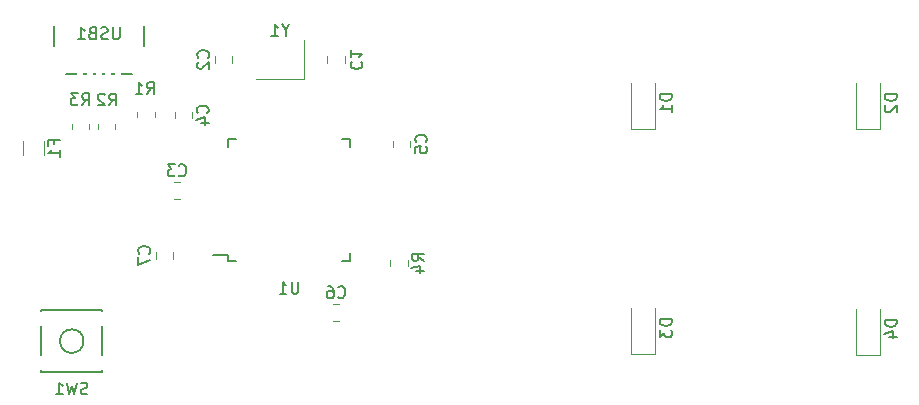
<source format=gbo>
G04 #@! TF.GenerationSoftware,KiCad,Pcbnew,(5.1.4-0-10_14)*
G04 #@! TF.CreationDate,2021-08-26T11:23:27-07:00*
G04 #@! TF.ProjectId,ai03-pcb-guide,61693033-2d70-4636-922d-67756964652e,rev?*
G04 #@! TF.SameCoordinates,Original*
G04 #@! TF.FileFunction,Legend,Bot*
G04 #@! TF.FilePolarity,Positive*
%FSLAX46Y46*%
G04 Gerber Fmt 4.6, Leading zero omitted, Abs format (unit mm)*
G04 Created by KiCad (PCBNEW (5.1.4-0-10_14)) date 2021-08-26 11:23:27*
%MOMM*%
%LPD*%
G04 APERTURE LIST*
%ADD10C,0.150000*%
%ADD11C,0.120000*%
%ADD12O,1.802000X2.802000*%
%ADD13R,0.602000X2.352000*%
%ADD14R,1.902000X1.202000*%
%ADD15C,1.852000*%
%ADD16R,2.007000X2.007000*%
%ADD17C,2.007000*%
%ADD18C,2.352000*%
%ADD19C,4.089800*%
%ADD20C,2.352000*%
%ADD21R,1.502000X1.302000*%
%ADD22R,0.652000X1.602000*%
%ADD23R,1.602000X0.652000*%
%ADD24C,0.100000*%
%ADD25C,1.127000*%
%ADD26C,1.352000*%
%ADD27R,1.302000X1.002000*%
%ADD28C,1.102000*%
G04 APERTURE END LIST*
D10*
X60443750Y-26987500D02*
X60443750Y-32437500D01*
X68143750Y-26987500D02*
X68143750Y-32437500D01*
X60443750Y-32437500D02*
X68143750Y-32437500D01*
X64587500Y-52431250D02*
X59387500Y-52431250D01*
X59387500Y-52431250D02*
X59387500Y-57631250D01*
X59387500Y-57631250D02*
X64587500Y-57631250D01*
X64587500Y-57631250D02*
X64587500Y-52431250D01*
X62987500Y-55031250D02*
G75*
G03X62987500Y-55031250I-1000000J0D01*
G01*
D11*
X81612500Y-32843750D02*
X77612500Y-32843750D01*
X81612500Y-29543750D02*
X81612500Y-32843750D01*
D10*
X75231250Y-47700000D02*
X73956250Y-47700000D01*
X85581250Y-48275000D02*
X84906250Y-48275000D01*
X85581250Y-37925000D02*
X84906250Y-37925000D01*
X75231250Y-37925000D02*
X75906250Y-37925000D01*
X75231250Y-48275000D02*
X75906250Y-48275000D01*
X75231250Y-37925000D02*
X75231250Y-38600000D01*
X85581250Y-37925000D02*
X85581250Y-38600000D01*
X85581250Y-48275000D02*
X85581250Y-47600000D01*
X75231250Y-48275000D02*
X75231250Y-47700000D01*
D11*
X88958750Y-48645814D02*
X88958750Y-48191686D01*
X90428750Y-48645814D02*
X90428750Y-48191686D01*
X63441250Y-37079633D02*
X63441250Y-36625505D01*
X61971250Y-37079633D02*
X61971250Y-36625505D01*
X64212891Y-37079633D02*
X64212891Y-36625505D01*
X65682891Y-37079633D02*
X65682891Y-36625505D01*
X68997500Y-35610436D02*
X68997500Y-36064564D01*
X67527500Y-35610436D02*
X67527500Y-36064564D01*
X57827500Y-39308314D02*
X57827500Y-38104186D01*
X59647500Y-39308314D02*
X59647500Y-38104186D01*
X130381250Y-56225000D02*
X130381250Y-52325000D01*
X128381250Y-56225000D02*
X128381250Y-52325000D01*
X130381250Y-56225000D02*
X128381250Y-56225000D01*
X111331250Y-56162500D02*
X111331250Y-52262500D01*
X109331250Y-56162500D02*
X109331250Y-52262500D01*
X111331250Y-56162500D02*
X109331250Y-56162500D01*
X130381250Y-37112500D02*
X130381250Y-33212500D01*
X128381250Y-37112500D02*
X128381250Y-33212500D01*
X130381250Y-37112500D02*
X128381250Y-37112500D01*
X111331250Y-37112500D02*
X111331250Y-33212500D01*
X109331250Y-37112500D02*
X109331250Y-33212500D01*
X111331250Y-37112500D02*
X109331250Y-37112500D01*
X70585000Y-47519998D02*
X70585000Y-48042502D01*
X69115000Y-47519998D02*
X69115000Y-48042502D01*
X84636252Y-53360000D02*
X84113748Y-53360000D01*
X84636252Y-51890000D02*
X84113748Y-51890000D01*
X89196250Y-38598752D02*
X89196250Y-38076248D01*
X90666250Y-38598752D02*
X90666250Y-38076248D01*
X70702500Y-36136252D02*
X70702500Y-35613748D01*
X72172500Y-36136252D02*
X72172500Y-35613748D01*
X71142502Y-43041250D02*
X70619998Y-43041250D01*
X71142502Y-41571250D02*
X70619998Y-41571250D01*
X75585000Y-30932498D02*
X75585000Y-31455002D01*
X74115000Y-30932498D02*
X74115000Y-31455002D01*
X83640000Y-31455002D02*
X83640000Y-30932498D01*
X85110000Y-31455002D02*
X85110000Y-30932498D01*
D10*
X66031845Y-28471880D02*
X66031845Y-29281404D01*
X65984226Y-29376642D01*
X65936607Y-29424261D01*
X65841369Y-29471880D01*
X65650892Y-29471880D01*
X65555654Y-29424261D01*
X65508035Y-29376642D01*
X65460416Y-29281404D01*
X65460416Y-28471880D01*
X65031845Y-29424261D02*
X64888988Y-29471880D01*
X64650892Y-29471880D01*
X64555654Y-29424261D01*
X64508035Y-29376642D01*
X64460416Y-29281404D01*
X64460416Y-29186166D01*
X64508035Y-29090928D01*
X64555654Y-29043309D01*
X64650892Y-28995690D01*
X64841369Y-28948071D01*
X64936607Y-28900452D01*
X64984226Y-28852833D01*
X65031845Y-28757595D01*
X65031845Y-28662357D01*
X64984226Y-28567119D01*
X64936607Y-28519500D01*
X64841369Y-28471880D01*
X64603273Y-28471880D01*
X64460416Y-28519500D01*
X63698511Y-28948071D02*
X63555654Y-28995690D01*
X63508035Y-29043309D01*
X63460416Y-29138547D01*
X63460416Y-29281404D01*
X63508035Y-29376642D01*
X63555654Y-29424261D01*
X63650892Y-29471880D01*
X64031845Y-29471880D01*
X64031845Y-28471880D01*
X63698511Y-28471880D01*
X63603273Y-28519500D01*
X63555654Y-28567119D01*
X63508035Y-28662357D01*
X63508035Y-28757595D01*
X63555654Y-28852833D01*
X63603273Y-28900452D01*
X63698511Y-28948071D01*
X64031845Y-28948071D01*
X62508035Y-29471880D02*
X63079464Y-29471880D01*
X62793750Y-29471880D02*
X62793750Y-28471880D01*
X62888988Y-28614738D01*
X62984226Y-28709976D01*
X63079464Y-28757595D01*
X63320833Y-59500011D02*
X63177976Y-59547630D01*
X62939880Y-59547630D01*
X62844642Y-59500011D01*
X62797023Y-59452392D01*
X62749404Y-59357154D01*
X62749404Y-59261916D01*
X62797023Y-59166678D01*
X62844642Y-59119059D01*
X62939880Y-59071440D01*
X63130357Y-59023821D01*
X63225595Y-58976202D01*
X63273214Y-58928583D01*
X63320833Y-58833345D01*
X63320833Y-58738107D01*
X63273214Y-58642869D01*
X63225595Y-58595250D01*
X63130357Y-58547630D01*
X62892261Y-58547630D01*
X62749404Y-58595250D01*
X62416071Y-58547630D02*
X62177976Y-59547630D01*
X61987500Y-58833345D01*
X61797023Y-59547630D01*
X61558928Y-58547630D01*
X60654166Y-59547630D02*
X61225595Y-59547630D01*
X60939880Y-59547630D02*
X60939880Y-58547630D01*
X61035119Y-58690488D01*
X61130357Y-58785726D01*
X61225595Y-58833345D01*
X80088690Y-28719940D02*
X80088690Y-29196130D01*
X80422023Y-28196130D02*
X80088690Y-28719940D01*
X79755357Y-28196130D01*
X78898214Y-29196130D02*
X79469642Y-29196130D01*
X79183928Y-29196130D02*
X79183928Y-28196130D01*
X79279166Y-28338988D01*
X79374404Y-28434226D01*
X79469642Y-28481845D01*
X81168154Y-50002380D02*
X81168154Y-50811904D01*
X81120535Y-50907142D01*
X81072916Y-50954761D01*
X80977678Y-51002380D01*
X80787202Y-51002380D01*
X80691964Y-50954761D01*
X80644345Y-50907142D01*
X80596726Y-50811904D01*
X80596726Y-50002380D01*
X79596726Y-51002380D02*
X80168154Y-51002380D01*
X79882440Y-51002380D02*
X79882440Y-50002380D01*
X79977678Y-50145238D01*
X80072916Y-50240476D01*
X80168154Y-50288095D01*
X91796130Y-48252083D02*
X91319940Y-47918750D01*
X91796130Y-47680654D02*
X90796130Y-47680654D01*
X90796130Y-48061607D01*
X90843750Y-48156845D01*
X90891369Y-48204464D01*
X90986607Y-48252083D01*
X91129464Y-48252083D01*
X91224702Y-48204464D01*
X91272321Y-48156845D01*
X91319940Y-48061607D01*
X91319940Y-47680654D01*
X91129464Y-49109226D02*
X91796130Y-49109226D01*
X90748511Y-48871130D02*
X91462797Y-48633035D01*
X91462797Y-49252083D01*
X62851464Y-35055211D02*
X63184798Y-34579021D01*
X63422893Y-35055211D02*
X63422893Y-34055211D01*
X63041940Y-34055211D01*
X62946702Y-34102831D01*
X62899083Y-34150450D01*
X62851464Y-34245688D01*
X62851464Y-34388545D01*
X62899083Y-34483783D01*
X62946702Y-34531402D01*
X63041940Y-34579021D01*
X63422893Y-34579021D01*
X62518131Y-34055211D02*
X61899083Y-34055211D01*
X62232417Y-34436164D01*
X62089559Y-34436164D01*
X61994321Y-34483783D01*
X61946702Y-34531402D01*
X61899083Y-34626640D01*
X61899083Y-34864735D01*
X61946702Y-34959973D01*
X61994321Y-35007592D01*
X62089559Y-35055211D01*
X62375274Y-35055211D01*
X62470512Y-35007592D01*
X62518131Y-34959973D01*
X65156978Y-35074585D02*
X65490312Y-34598395D01*
X65728407Y-35074585D02*
X65728407Y-34074585D01*
X65347454Y-34074585D01*
X65252216Y-34122205D01*
X65204597Y-34169824D01*
X65156978Y-34265062D01*
X65156978Y-34407919D01*
X65204597Y-34503157D01*
X65252216Y-34550776D01*
X65347454Y-34598395D01*
X65728407Y-34598395D01*
X64776026Y-34169824D02*
X64728407Y-34122205D01*
X64633169Y-34074585D01*
X64395073Y-34074585D01*
X64299835Y-34122205D01*
X64252216Y-34169824D01*
X64204597Y-34265062D01*
X64204597Y-34360300D01*
X64252216Y-34503157D01*
X64823645Y-35074585D01*
X64204597Y-35074585D01*
X68353700Y-34105881D02*
X68687034Y-33629691D01*
X68925129Y-34105881D02*
X68925129Y-33105881D01*
X68544176Y-33105881D01*
X68448938Y-33153501D01*
X68401319Y-33201120D01*
X68353700Y-33296358D01*
X68353700Y-33439215D01*
X68401319Y-33534453D01*
X68448938Y-33582072D01*
X68544176Y-33629691D01*
X68925129Y-33629691D01*
X67401319Y-34105881D02*
X67972748Y-34105881D01*
X67687034Y-34105881D02*
X67687034Y-33105881D01*
X67782272Y-33248739D01*
X67877510Y-33343977D01*
X67972748Y-33391596D01*
X60486071Y-38372916D02*
X60486071Y-38039583D01*
X61009880Y-38039583D02*
X60009880Y-38039583D01*
X60009880Y-38515773D01*
X61009880Y-39420535D02*
X61009880Y-38849107D01*
X61009880Y-39134821D02*
X60009880Y-39134821D01*
X60152738Y-39039583D01*
X60247976Y-38944345D01*
X60295595Y-38849107D01*
X131833630Y-53236904D02*
X130833630Y-53236904D01*
X130833630Y-53475000D01*
X130881250Y-53617857D01*
X130976488Y-53713095D01*
X131071726Y-53760714D01*
X131262202Y-53808333D01*
X131405059Y-53808333D01*
X131595535Y-53760714D01*
X131690773Y-53713095D01*
X131786011Y-53617857D01*
X131833630Y-53475000D01*
X131833630Y-53236904D01*
X131166964Y-54665476D02*
X131833630Y-54665476D01*
X130786011Y-54427380D02*
X131500297Y-54189285D01*
X131500297Y-54808333D01*
X112783630Y-53174404D02*
X111783630Y-53174404D01*
X111783630Y-53412500D01*
X111831250Y-53555357D01*
X111926488Y-53650595D01*
X112021726Y-53698214D01*
X112212202Y-53745833D01*
X112355059Y-53745833D01*
X112545535Y-53698214D01*
X112640773Y-53650595D01*
X112736011Y-53555357D01*
X112783630Y-53412500D01*
X112783630Y-53174404D01*
X111783630Y-54079166D02*
X111783630Y-54698214D01*
X112164583Y-54364880D01*
X112164583Y-54507738D01*
X112212202Y-54602976D01*
X112259821Y-54650595D01*
X112355059Y-54698214D01*
X112593154Y-54698214D01*
X112688392Y-54650595D01*
X112736011Y-54602976D01*
X112783630Y-54507738D01*
X112783630Y-54222023D01*
X112736011Y-54126785D01*
X112688392Y-54079166D01*
X131833630Y-34124404D02*
X130833630Y-34124404D01*
X130833630Y-34362500D01*
X130881250Y-34505357D01*
X130976488Y-34600595D01*
X131071726Y-34648214D01*
X131262202Y-34695833D01*
X131405059Y-34695833D01*
X131595535Y-34648214D01*
X131690773Y-34600595D01*
X131786011Y-34505357D01*
X131833630Y-34362500D01*
X131833630Y-34124404D01*
X130928869Y-35076785D02*
X130881250Y-35124404D01*
X130833630Y-35219642D01*
X130833630Y-35457738D01*
X130881250Y-35552976D01*
X130928869Y-35600595D01*
X131024107Y-35648214D01*
X131119345Y-35648214D01*
X131262202Y-35600595D01*
X131833630Y-35029166D01*
X131833630Y-35648214D01*
X112783630Y-34124404D02*
X111783630Y-34124404D01*
X111783630Y-34362500D01*
X111831250Y-34505357D01*
X111926488Y-34600595D01*
X112021726Y-34648214D01*
X112212202Y-34695833D01*
X112355059Y-34695833D01*
X112545535Y-34648214D01*
X112640773Y-34600595D01*
X112736011Y-34505357D01*
X112783630Y-34362500D01*
X112783630Y-34124404D01*
X112783630Y-35648214D02*
X112783630Y-35076785D01*
X112783630Y-35362500D02*
X111783630Y-35362500D01*
X111926488Y-35267261D01*
X112021726Y-35172023D01*
X112069345Y-35076785D01*
X68527142Y-47614583D02*
X68574761Y-47566964D01*
X68622380Y-47424107D01*
X68622380Y-47328869D01*
X68574761Y-47186011D01*
X68479523Y-47090773D01*
X68384285Y-47043154D01*
X68193809Y-46995535D01*
X68050952Y-46995535D01*
X67860476Y-47043154D01*
X67765238Y-47090773D01*
X67670000Y-47186011D01*
X67622380Y-47328869D01*
X67622380Y-47424107D01*
X67670000Y-47566964D01*
X67717619Y-47614583D01*
X67622380Y-47947916D02*
X67622380Y-48614583D01*
X68622380Y-48186011D01*
X84541666Y-51302142D02*
X84589285Y-51349761D01*
X84732142Y-51397380D01*
X84827380Y-51397380D01*
X84970238Y-51349761D01*
X85065476Y-51254523D01*
X85113095Y-51159285D01*
X85160714Y-50968809D01*
X85160714Y-50825952D01*
X85113095Y-50635476D01*
X85065476Y-50540238D01*
X84970238Y-50445000D01*
X84827380Y-50397380D01*
X84732142Y-50397380D01*
X84589285Y-50445000D01*
X84541666Y-50492619D01*
X83684523Y-50397380D02*
X83875000Y-50397380D01*
X83970238Y-50445000D01*
X84017857Y-50492619D01*
X84113095Y-50635476D01*
X84160714Y-50825952D01*
X84160714Y-51206904D01*
X84113095Y-51302142D01*
X84065476Y-51349761D01*
X83970238Y-51397380D01*
X83779761Y-51397380D01*
X83684523Y-51349761D01*
X83636904Y-51302142D01*
X83589285Y-51206904D01*
X83589285Y-50968809D01*
X83636904Y-50873571D01*
X83684523Y-50825952D01*
X83779761Y-50778333D01*
X83970238Y-50778333D01*
X84065476Y-50825952D01*
X84113095Y-50873571D01*
X84160714Y-50968809D01*
X91968392Y-38170833D02*
X92016011Y-38123214D01*
X92063630Y-37980357D01*
X92063630Y-37885119D01*
X92016011Y-37742261D01*
X91920773Y-37647023D01*
X91825535Y-37599404D01*
X91635059Y-37551785D01*
X91492202Y-37551785D01*
X91301726Y-37599404D01*
X91206488Y-37647023D01*
X91111250Y-37742261D01*
X91063630Y-37885119D01*
X91063630Y-37980357D01*
X91111250Y-38123214D01*
X91158869Y-38170833D01*
X91063630Y-39075595D02*
X91063630Y-38599404D01*
X91539821Y-38551785D01*
X91492202Y-38599404D01*
X91444583Y-38694642D01*
X91444583Y-38932738D01*
X91492202Y-39027976D01*
X91539821Y-39075595D01*
X91635059Y-39123214D01*
X91873154Y-39123214D01*
X91968392Y-39075595D01*
X92016011Y-39027976D01*
X92063630Y-38932738D01*
X92063630Y-38694642D01*
X92016011Y-38599404D01*
X91968392Y-38551785D01*
X73474642Y-35708333D02*
X73522261Y-35660714D01*
X73569880Y-35517857D01*
X73569880Y-35422619D01*
X73522261Y-35279761D01*
X73427023Y-35184523D01*
X73331785Y-35136904D01*
X73141309Y-35089285D01*
X72998452Y-35089285D01*
X72807976Y-35136904D01*
X72712738Y-35184523D01*
X72617500Y-35279761D01*
X72569880Y-35422619D01*
X72569880Y-35517857D01*
X72617500Y-35660714D01*
X72665119Y-35708333D01*
X72903214Y-36565476D02*
X73569880Y-36565476D01*
X72522261Y-36327380D02*
X73236547Y-36089285D01*
X73236547Y-36708333D01*
X71047916Y-40983392D02*
X71095535Y-41031011D01*
X71238392Y-41078630D01*
X71333630Y-41078630D01*
X71476488Y-41031011D01*
X71571726Y-40935773D01*
X71619345Y-40840535D01*
X71666964Y-40650059D01*
X71666964Y-40507202D01*
X71619345Y-40316726D01*
X71571726Y-40221488D01*
X71476488Y-40126250D01*
X71333630Y-40078630D01*
X71238392Y-40078630D01*
X71095535Y-40126250D01*
X71047916Y-40173869D01*
X70714583Y-40078630D02*
X70095535Y-40078630D01*
X70428869Y-40459583D01*
X70286011Y-40459583D01*
X70190773Y-40507202D01*
X70143154Y-40554821D01*
X70095535Y-40650059D01*
X70095535Y-40888154D01*
X70143154Y-40983392D01*
X70190773Y-41031011D01*
X70286011Y-41078630D01*
X70571726Y-41078630D01*
X70666964Y-41031011D01*
X70714583Y-40983392D01*
X73527142Y-31027083D02*
X73574761Y-30979464D01*
X73622380Y-30836607D01*
X73622380Y-30741369D01*
X73574761Y-30598511D01*
X73479523Y-30503273D01*
X73384285Y-30455654D01*
X73193809Y-30408035D01*
X73050952Y-30408035D01*
X72860476Y-30455654D01*
X72765238Y-30503273D01*
X72670000Y-30598511D01*
X72622380Y-30741369D01*
X72622380Y-30836607D01*
X72670000Y-30979464D01*
X72717619Y-31027083D01*
X72717619Y-31408035D02*
X72670000Y-31455654D01*
X72622380Y-31550892D01*
X72622380Y-31788988D01*
X72670000Y-31884226D01*
X72717619Y-31931845D01*
X72812857Y-31979464D01*
X72908095Y-31979464D01*
X73050952Y-31931845D01*
X73622380Y-31360416D01*
X73622380Y-31979464D01*
X85697857Y-31360416D02*
X85650238Y-31408035D01*
X85602619Y-31550892D01*
X85602619Y-31646130D01*
X85650238Y-31788988D01*
X85745476Y-31884226D01*
X85840714Y-31931845D01*
X86031190Y-31979464D01*
X86174047Y-31979464D01*
X86364523Y-31931845D01*
X86459761Y-31884226D01*
X86555000Y-31788988D01*
X86602619Y-31646130D01*
X86602619Y-31550892D01*
X86555000Y-31408035D01*
X86507380Y-31360416D01*
X85602619Y-30408035D02*
X85602619Y-30979464D01*
X85602619Y-30693750D02*
X86602619Y-30693750D01*
X86459761Y-30788988D01*
X86364523Y-30884226D01*
X86316904Y-30979464D01*
%LPC*%
D12*
X60643750Y-26987500D03*
X67943750Y-26987500D03*
X67943750Y-31487500D03*
X60643750Y-31487500D03*
D13*
X62693750Y-31487500D03*
X63493750Y-31487500D03*
X64293750Y-31487500D03*
X65093750Y-31487500D03*
X65893750Y-31487500D03*
D14*
X65087500Y-56881250D03*
X58887500Y-53181250D03*
X65087500Y-53181250D03*
X58887500Y-56881250D03*
D15*
X125739488Y-53959340D03*
X115579488Y-53959340D03*
D16*
X121929488Y-59039340D03*
D17*
X119389488Y-59039340D03*
D18*
X118159488Y-49959340D03*
D19*
X120659488Y-53959340D03*
D18*
X117504489Y-50689340D03*
D20*
X116849488Y-51419340D02*
X118159490Y-49959340D01*
D18*
X123199488Y-48879340D03*
X123179488Y-49169340D03*
D20*
X123159488Y-49459340D02*
X123199488Y-48879340D01*
D15*
X106689488Y-53959340D03*
X96529488Y-53959340D03*
D16*
X102879488Y-59039340D03*
D17*
X100339488Y-59039340D03*
D18*
X99109488Y-49959340D03*
D19*
X101609488Y-53959340D03*
D18*
X98454489Y-50689340D03*
D20*
X97799488Y-51419340D02*
X99109490Y-49959340D01*
D18*
X104149488Y-48879340D03*
X104129488Y-49169340D03*
D20*
X104109488Y-49459340D02*
X104149488Y-48879340D01*
D15*
X125730000Y-34925000D03*
X115570000Y-34925000D03*
D16*
X121920000Y-40005000D03*
D17*
X119380000Y-40005000D03*
D18*
X118150000Y-30925000D03*
D19*
X120650000Y-34925000D03*
D18*
X117495001Y-31655000D03*
D20*
X116840000Y-32385000D02*
X118150002Y-30925000D01*
D18*
X123190000Y-29845000D03*
X123170000Y-30135000D03*
D20*
X123150000Y-30425000D02*
X123190000Y-29845000D01*
D15*
X106689488Y-34909340D03*
X96529488Y-34909340D03*
D16*
X102879488Y-39989340D03*
D17*
X100339488Y-39989340D03*
D18*
X99109488Y-30909340D03*
D19*
X101609488Y-34909340D03*
D18*
X98454489Y-31639340D03*
D20*
X97799488Y-32369340D02*
X99109490Y-30909340D01*
D18*
X104149488Y-29829340D03*
X104129488Y-30119340D03*
D20*
X104109488Y-30409340D02*
X104149488Y-29829340D01*
D21*
X80712500Y-30343750D03*
X78512500Y-30343750D03*
X78512500Y-32043750D03*
X80712500Y-32043750D03*
D22*
X76406250Y-48800000D03*
X77206250Y-48800000D03*
X78006250Y-48800000D03*
X78806250Y-48800000D03*
X79606250Y-48800000D03*
X80406250Y-48800000D03*
X81206250Y-48800000D03*
X82006250Y-48800000D03*
X82806250Y-48800000D03*
X83606250Y-48800000D03*
X84406250Y-48800000D03*
D23*
X86106250Y-47100000D03*
X86106250Y-46300000D03*
X86106250Y-45500000D03*
X86106250Y-44700000D03*
X86106250Y-43900000D03*
X86106250Y-43100000D03*
X86106250Y-42300000D03*
X86106250Y-41500000D03*
X86106250Y-40700000D03*
X86106250Y-39900000D03*
X86106250Y-39100000D03*
D22*
X84406250Y-37400000D03*
X83606250Y-37400000D03*
X82806250Y-37400000D03*
X82006250Y-37400000D03*
X81206250Y-37400000D03*
X80406250Y-37400000D03*
X79606250Y-37400000D03*
X78806250Y-37400000D03*
X78006250Y-37400000D03*
X77206250Y-37400000D03*
X76406250Y-37400000D03*
D23*
X74706250Y-39100000D03*
X74706250Y-39900000D03*
X74706250Y-40700000D03*
X74706250Y-41500000D03*
X74706250Y-42300000D03*
X74706250Y-43100000D03*
X74706250Y-43900000D03*
X74706250Y-44700000D03*
X74706250Y-45500000D03*
X74706250Y-46300000D03*
X74706250Y-47100000D03*
D24*
G36*
X90196816Y-46944074D02*
G01*
X90223499Y-46948032D01*
X90249666Y-46954586D01*
X90275064Y-46963674D01*
X90299449Y-46975207D01*
X90322586Y-46989075D01*
X90344253Y-47005144D01*
X90364240Y-47023260D01*
X90382356Y-47043247D01*
X90398425Y-47064914D01*
X90412293Y-47088051D01*
X90423826Y-47112436D01*
X90432914Y-47137834D01*
X90439468Y-47164001D01*
X90443426Y-47190684D01*
X90444750Y-47217627D01*
X90444750Y-47794873D01*
X90443426Y-47821816D01*
X90439468Y-47848499D01*
X90432914Y-47874666D01*
X90423826Y-47900064D01*
X90412293Y-47924449D01*
X90398425Y-47947586D01*
X90382356Y-47969253D01*
X90364240Y-47989240D01*
X90344253Y-48007356D01*
X90322586Y-48023425D01*
X90299449Y-48037293D01*
X90275064Y-48048826D01*
X90249666Y-48057914D01*
X90223499Y-48064468D01*
X90196816Y-48068426D01*
X90169873Y-48069750D01*
X89217627Y-48069750D01*
X89190684Y-48068426D01*
X89164001Y-48064468D01*
X89137834Y-48057914D01*
X89112436Y-48048826D01*
X89088051Y-48037293D01*
X89064914Y-48023425D01*
X89043247Y-48007356D01*
X89023260Y-47989240D01*
X89005144Y-47969253D01*
X88989075Y-47947586D01*
X88975207Y-47924449D01*
X88963674Y-47900064D01*
X88954586Y-47874666D01*
X88948032Y-47848499D01*
X88944074Y-47821816D01*
X88942750Y-47794873D01*
X88942750Y-47217627D01*
X88944074Y-47190684D01*
X88948032Y-47164001D01*
X88954586Y-47137834D01*
X88963674Y-47112436D01*
X88975207Y-47088051D01*
X88989075Y-47064914D01*
X89005144Y-47043247D01*
X89023260Y-47023260D01*
X89043247Y-47005144D01*
X89064914Y-46989075D01*
X89088051Y-46975207D01*
X89112436Y-46963674D01*
X89137834Y-46954586D01*
X89164001Y-46948032D01*
X89190684Y-46944074D01*
X89217627Y-46942750D01*
X90169873Y-46942750D01*
X90196816Y-46944074D01*
X90196816Y-46944074D01*
G37*
D25*
X89693750Y-47506250D03*
D24*
G36*
X90196816Y-48769074D02*
G01*
X90223499Y-48773032D01*
X90249666Y-48779586D01*
X90275064Y-48788674D01*
X90299449Y-48800207D01*
X90322586Y-48814075D01*
X90344253Y-48830144D01*
X90364240Y-48848260D01*
X90382356Y-48868247D01*
X90398425Y-48889914D01*
X90412293Y-48913051D01*
X90423826Y-48937436D01*
X90432914Y-48962834D01*
X90439468Y-48989001D01*
X90443426Y-49015684D01*
X90444750Y-49042627D01*
X90444750Y-49619873D01*
X90443426Y-49646816D01*
X90439468Y-49673499D01*
X90432914Y-49699666D01*
X90423826Y-49725064D01*
X90412293Y-49749449D01*
X90398425Y-49772586D01*
X90382356Y-49794253D01*
X90364240Y-49814240D01*
X90344253Y-49832356D01*
X90322586Y-49848425D01*
X90299449Y-49862293D01*
X90275064Y-49873826D01*
X90249666Y-49882914D01*
X90223499Y-49889468D01*
X90196816Y-49893426D01*
X90169873Y-49894750D01*
X89217627Y-49894750D01*
X89190684Y-49893426D01*
X89164001Y-49889468D01*
X89137834Y-49882914D01*
X89112436Y-49873826D01*
X89088051Y-49862293D01*
X89064914Y-49848425D01*
X89043247Y-49832356D01*
X89023260Y-49814240D01*
X89005144Y-49794253D01*
X88989075Y-49772586D01*
X88975207Y-49749449D01*
X88963674Y-49725064D01*
X88954586Y-49699666D01*
X88948032Y-49673499D01*
X88944074Y-49646816D01*
X88942750Y-49619873D01*
X88942750Y-49042627D01*
X88944074Y-49015684D01*
X88948032Y-48989001D01*
X88954586Y-48962834D01*
X88963674Y-48937436D01*
X88975207Y-48913051D01*
X88989075Y-48889914D01*
X89005144Y-48868247D01*
X89023260Y-48848260D01*
X89043247Y-48830144D01*
X89064914Y-48814075D01*
X89088051Y-48800207D01*
X89112436Y-48788674D01*
X89137834Y-48779586D01*
X89164001Y-48773032D01*
X89190684Y-48769074D01*
X89217627Y-48767750D01*
X90169873Y-48767750D01*
X90196816Y-48769074D01*
X90196816Y-48769074D01*
G37*
D25*
X89693750Y-49331250D03*
D24*
G36*
X63209316Y-37202893D02*
G01*
X63235999Y-37206851D01*
X63262166Y-37213405D01*
X63287564Y-37222493D01*
X63311949Y-37234026D01*
X63335086Y-37247894D01*
X63356753Y-37263963D01*
X63376740Y-37282079D01*
X63394856Y-37302066D01*
X63410925Y-37323733D01*
X63424793Y-37346870D01*
X63436326Y-37371255D01*
X63445414Y-37396653D01*
X63451968Y-37422820D01*
X63455926Y-37449503D01*
X63457250Y-37476446D01*
X63457250Y-38053692D01*
X63455926Y-38080635D01*
X63451968Y-38107318D01*
X63445414Y-38133485D01*
X63436326Y-38158883D01*
X63424793Y-38183268D01*
X63410925Y-38206405D01*
X63394856Y-38228072D01*
X63376740Y-38248059D01*
X63356753Y-38266175D01*
X63335086Y-38282244D01*
X63311949Y-38296112D01*
X63287564Y-38307645D01*
X63262166Y-38316733D01*
X63235999Y-38323287D01*
X63209316Y-38327245D01*
X63182373Y-38328569D01*
X62230127Y-38328569D01*
X62203184Y-38327245D01*
X62176501Y-38323287D01*
X62150334Y-38316733D01*
X62124936Y-38307645D01*
X62100551Y-38296112D01*
X62077414Y-38282244D01*
X62055747Y-38266175D01*
X62035760Y-38248059D01*
X62017644Y-38228072D01*
X62001575Y-38206405D01*
X61987707Y-38183268D01*
X61976174Y-38158883D01*
X61967086Y-38133485D01*
X61960532Y-38107318D01*
X61956574Y-38080635D01*
X61955250Y-38053692D01*
X61955250Y-37476446D01*
X61956574Y-37449503D01*
X61960532Y-37422820D01*
X61967086Y-37396653D01*
X61976174Y-37371255D01*
X61987707Y-37346870D01*
X62001575Y-37323733D01*
X62017644Y-37302066D01*
X62035760Y-37282079D01*
X62055747Y-37263963D01*
X62077414Y-37247894D01*
X62100551Y-37234026D01*
X62124936Y-37222493D01*
X62150334Y-37213405D01*
X62176501Y-37206851D01*
X62203184Y-37202893D01*
X62230127Y-37201569D01*
X63182373Y-37201569D01*
X63209316Y-37202893D01*
X63209316Y-37202893D01*
G37*
D25*
X62706250Y-37765069D03*
D24*
G36*
X63209316Y-35377893D02*
G01*
X63235999Y-35381851D01*
X63262166Y-35388405D01*
X63287564Y-35397493D01*
X63311949Y-35409026D01*
X63335086Y-35422894D01*
X63356753Y-35438963D01*
X63376740Y-35457079D01*
X63394856Y-35477066D01*
X63410925Y-35498733D01*
X63424793Y-35521870D01*
X63436326Y-35546255D01*
X63445414Y-35571653D01*
X63451968Y-35597820D01*
X63455926Y-35624503D01*
X63457250Y-35651446D01*
X63457250Y-36228692D01*
X63455926Y-36255635D01*
X63451968Y-36282318D01*
X63445414Y-36308485D01*
X63436326Y-36333883D01*
X63424793Y-36358268D01*
X63410925Y-36381405D01*
X63394856Y-36403072D01*
X63376740Y-36423059D01*
X63356753Y-36441175D01*
X63335086Y-36457244D01*
X63311949Y-36471112D01*
X63287564Y-36482645D01*
X63262166Y-36491733D01*
X63235999Y-36498287D01*
X63209316Y-36502245D01*
X63182373Y-36503569D01*
X62230127Y-36503569D01*
X62203184Y-36502245D01*
X62176501Y-36498287D01*
X62150334Y-36491733D01*
X62124936Y-36482645D01*
X62100551Y-36471112D01*
X62077414Y-36457244D01*
X62055747Y-36441175D01*
X62035760Y-36423059D01*
X62017644Y-36403072D01*
X62001575Y-36381405D01*
X61987707Y-36358268D01*
X61976174Y-36333883D01*
X61967086Y-36308485D01*
X61960532Y-36282318D01*
X61956574Y-36255635D01*
X61955250Y-36228692D01*
X61955250Y-35651446D01*
X61956574Y-35624503D01*
X61960532Y-35597820D01*
X61967086Y-35571653D01*
X61976174Y-35546255D01*
X61987707Y-35521870D01*
X62001575Y-35498733D01*
X62017644Y-35477066D01*
X62035760Y-35457079D01*
X62055747Y-35438963D01*
X62077414Y-35422894D01*
X62100551Y-35409026D01*
X62124936Y-35397493D01*
X62150334Y-35388405D01*
X62176501Y-35381851D01*
X62203184Y-35377893D01*
X62230127Y-35376569D01*
X63182373Y-35376569D01*
X63209316Y-35377893D01*
X63209316Y-35377893D01*
G37*
D25*
X62706250Y-35940069D03*
D24*
G36*
X65450957Y-35377893D02*
G01*
X65477640Y-35381851D01*
X65503807Y-35388405D01*
X65529205Y-35397493D01*
X65553590Y-35409026D01*
X65576727Y-35422894D01*
X65598394Y-35438963D01*
X65618381Y-35457079D01*
X65636497Y-35477066D01*
X65652566Y-35498733D01*
X65666434Y-35521870D01*
X65677967Y-35546255D01*
X65687055Y-35571653D01*
X65693609Y-35597820D01*
X65697567Y-35624503D01*
X65698891Y-35651446D01*
X65698891Y-36228692D01*
X65697567Y-36255635D01*
X65693609Y-36282318D01*
X65687055Y-36308485D01*
X65677967Y-36333883D01*
X65666434Y-36358268D01*
X65652566Y-36381405D01*
X65636497Y-36403072D01*
X65618381Y-36423059D01*
X65598394Y-36441175D01*
X65576727Y-36457244D01*
X65553590Y-36471112D01*
X65529205Y-36482645D01*
X65503807Y-36491733D01*
X65477640Y-36498287D01*
X65450957Y-36502245D01*
X65424014Y-36503569D01*
X64471768Y-36503569D01*
X64444825Y-36502245D01*
X64418142Y-36498287D01*
X64391975Y-36491733D01*
X64366577Y-36482645D01*
X64342192Y-36471112D01*
X64319055Y-36457244D01*
X64297388Y-36441175D01*
X64277401Y-36423059D01*
X64259285Y-36403072D01*
X64243216Y-36381405D01*
X64229348Y-36358268D01*
X64217815Y-36333883D01*
X64208727Y-36308485D01*
X64202173Y-36282318D01*
X64198215Y-36255635D01*
X64196891Y-36228692D01*
X64196891Y-35651446D01*
X64198215Y-35624503D01*
X64202173Y-35597820D01*
X64208727Y-35571653D01*
X64217815Y-35546255D01*
X64229348Y-35521870D01*
X64243216Y-35498733D01*
X64259285Y-35477066D01*
X64277401Y-35457079D01*
X64297388Y-35438963D01*
X64319055Y-35422894D01*
X64342192Y-35409026D01*
X64366577Y-35397493D01*
X64391975Y-35388405D01*
X64418142Y-35381851D01*
X64444825Y-35377893D01*
X64471768Y-35376569D01*
X65424014Y-35376569D01*
X65450957Y-35377893D01*
X65450957Y-35377893D01*
G37*
D25*
X64947891Y-35940069D03*
D24*
G36*
X65450957Y-37202893D02*
G01*
X65477640Y-37206851D01*
X65503807Y-37213405D01*
X65529205Y-37222493D01*
X65553590Y-37234026D01*
X65576727Y-37247894D01*
X65598394Y-37263963D01*
X65618381Y-37282079D01*
X65636497Y-37302066D01*
X65652566Y-37323733D01*
X65666434Y-37346870D01*
X65677967Y-37371255D01*
X65687055Y-37396653D01*
X65693609Y-37422820D01*
X65697567Y-37449503D01*
X65698891Y-37476446D01*
X65698891Y-38053692D01*
X65697567Y-38080635D01*
X65693609Y-38107318D01*
X65687055Y-38133485D01*
X65677967Y-38158883D01*
X65666434Y-38183268D01*
X65652566Y-38206405D01*
X65636497Y-38228072D01*
X65618381Y-38248059D01*
X65598394Y-38266175D01*
X65576727Y-38282244D01*
X65553590Y-38296112D01*
X65529205Y-38307645D01*
X65503807Y-38316733D01*
X65477640Y-38323287D01*
X65450957Y-38327245D01*
X65424014Y-38328569D01*
X64471768Y-38328569D01*
X64444825Y-38327245D01*
X64418142Y-38323287D01*
X64391975Y-38316733D01*
X64366577Y-38307645D01*
X64342192Y-38296112D01*
X64319055Y-38282244D01*
X64297388Y-38266175D01*
X64277401Y-38248059D01*
X64259285Y-38228072D01*
X64243216Y-38206405D01*
X64229348Y-38183268D01*
X64217815Y-38158883D01*
X64208727Y-38133485D01*
X64202173Y-38107318D01*
X64198215Y-38080635D01*
X64196891Y-38053692D01*
X64196891Y-37476446D01*
X64198215Y-37449503D01*
X64202173Y-37422820D01*
X64208727Y-37396653D01*
X64217815Y-37371255D01*
X64229348Y-37346870D01*
X64243216Y-37323733D01*
X64259285Y-37302066D01*
X64277401Y-37282079D01*
X64297388Y-37263963D01*
X64319055Y-37247894D01*
X64342192Y-37234026D01*
X64366577Y-37222493D01*
X64391975Y-37213405D01*
X64418142Y-37206851D01*
X64444825Y-37202893D01*
X64471768Y-37201569D01*
X65424014Y-37201569D01*
X65450957Y-37202893D01*
X65450957Y-37202893D01*
G37*
D25*
X64947891Y-37765069D03*
D24*
G36*
X68765566Y-36187824D02*
G01*
X68792249Y-36191782D01*
X68818416Y-36198336D01*
X68843814Y-36207424D01*
X68868199Y-36218957D01*
X68891336Y-36232825D01*
X68913003Y-36248894D01*
X68932990Y-36267010D01*
X68951106Y-36286997D01*
X68967175Y-36308664D01*
X68981043Y-36331801D01*
X68992576Y-36356186D01*
X69001664Y-36381584D01*
X69008218Y-36407751D01*
X69012176Y-36434434D01*
X69013500Y-36461377D01*
X69013500Y-37038623D01*
X69012176Y-37065566D01*
X69008218Y-37092249D01*
X69001664Y-37118416D01*
X68992576Y-37143814D01*
X68981043Y-37168199D01*
X68967175Y-37191336D01*
X68951106Y-37213003D01*
X68932990Y-37232990D01*
X68913003Y-37251106D01*
X68891336Y-37267175D01*
X68868199Y-37281043D01*
X68843814Y-37292576D01*
X68818416Y-37301664D01*
X68792249Y-37308218D01*
X68765566Y-37312176D01*
X68738623Y-37313500D01*
X67786377Y-37313500D01*
X67759434Y-37312176D01*
X67732751Y-37308218D01*
X67706584Y-37301664D01*
X67681186Y-37292576D01*
X67656801Y-37281043D01*
X67633664Y-37267175D01*
X67611997Y-37251106D01*
X67592010Y-37232990D01*
X67573894Y-37213003D01*
X67557825Y-37191336D01*
X67543957Y-37168199D01*
X67532424Y-37143814D01*
X67523336Y-37118416D01*
X67516782Y-37092249D01*
X67512824Y-37065566D01*
X67511500Y-37038623D01*
X67511500Y-36461377D01*
X67512824Y-36434434D01*
X67516782Y-36407751D01*
X67523336Y-36381584D01*
X67532424Y-36356186D01*
X67543957Y-36331801D01*
X67557825Y-36308664D01*
X67573894Y-36286997D01*
X67592010Y-36267010D01*
X67611997Y-36248894D01*
X67633664Y-36232825D01*
X67656801Y-36218957D01*
X67681186Y-36207424D01*
X67706584Y-36198336D01*
X67732751Y-36191782D01*
X67759434Y-36187824D01*
X67786377Y-36186500D01*
X68738623Y-36186500D01*
X68765566Y-36187824D01*
X68765566Y-36187824D01*
G37*
D25*
X68262500Y-36750000D03*
D24*
G36*
X68765566Y-34362824D02*
G01*
X68792249Y-34366782D01*
X68818416Y-34373336D01*
X68843814Y-34382424D01*
X68868199Y-34393957D01*
X68891336Y-34407825D01*
X68913003Y-34423894D01*
X68932990Y-34442010D01*
X68951106Y-34461997D01*
X68967175Y-34483664D01*
X68981043Y-34506801D01*
X68992576Y-34531186D01*
X69001664Y-34556584D01*
X69008218Y-34582751D01*
X69012176Y-34609434D01*
X69013500Y-34636377D01*
X69013500Y-35213623D01*
X69012176Y-35240566D01*
X69008218Y-35267249D01*
X69001664Y-35293416D01*
X68992576Y-35318814D01*
X68981043Y-35343199D01*
X68967175Y-35366336D01*
X68951106Y-35388003D01*
X68932990Y-35407990D01*
X68913003Y-35426106D01*
X68891336Y-35442175D01*
X68868199Y-35456043D01*
X68843814Y-35467576D01*
X68818416Y-35476664D01*
X68792249Y-35483218D01*
X68765566Y-35487176D01*
X68738623Y-35488500D01*
X67786377Y-35488500D01*
X67759434Y-35487176D01*
X67732751Y-35483218D01*
X67706584Y-35476664D01*
X67681186Y-35467576D01*
X67656801Y-35456043D01*
X67633664Y-35442175D01*
X67611997Y-35426106D01*
X67592010Y-35407990D01*
X67573894Y-35388003D01*
X67557825Y-35366336D01*
X67543957Y-35343199D01*
X67532424Y-35318814D01*
X67523336Y-35293416D01*
X67516782Y-35267249D01*
X67512824Y-35240566D01*
X67511500Y-35213623D01*
X67511500Y-34636377D01*
X67512824Y-34609434D01*
X67516782Y-34582751D01*
X67523336Y-34556584D01*
X67532424Y-34531186D01*
X67543957Y-34506801D01*
X67557825Y-34483664D01*
X67573894Y-34461997D01*
X67592010Y-34442010D01*
X67611997Y-34423894D01*
X67633664Y-34407825D01*
X67656801Y-34393957D01*
X67681186Y-34382424D01*
X67706584Y-34373336D01*
X67732751Y-34366782D01*
X67759434Y-34362824D01*
X67786377Y-34361500D01*
X68738623Y-34361500D01*
X68765566Y-34362824D01*
X68765566Y-34362824D01*
G37*
D25*
X68262500Y-34925000D03*
D24*
G36*
X59419604Y-36631552D02*
G01*
X59445852Y-36635446D01*
X59471593Y-36641893D01*
X59496578Y-36650833D01*
X59520566Y-36662178D01*
X59543326Y-36675821D01*
X59564640Y-36691628D01*
X59584302Y-36709448D01*
X59602122Y-36729110D01*
X59617929Y-36750424D01*
X59631572Y-36773184D01*
X59642917Y-36797172D01*
X59651857Y-36822157D01*
X59658304Y-36847898D01*
X59662198Y-36874146D01*
X59663500Y-36900650D01*
X59663500Y-37711850D01*
X59662198Y-37738354D01*
X59658304Y-37764602D01*
X59651857Y-37790343D01*
X59642917Y-37815328D01*
X59631572Y-37839316D01*
X59617929Y-37862076D01*
X59602122Y-37883390D01*
X59584302Y-37903052D01*
X59564640Y-37920872D01*
X59543326Y-37936679D01*
X59520566Y-37950322D01*
X59496578Y-37961667D01*
X59471593Y-37970607D01*
X59445852Y-37977054D01*
X59419604Y-37980948D01*
X59393100Y-37982250D01*
X58081900Y-37982250D01*
X58055396Y-37980948D01*
X58029148Y-37977054D01*
X58003407Y-37970607D01*
X57978422Y-37961667D01*
X57954434Y-37950322D01*
X57931674Y-37936679D01*
X57910360Y-37920872D01*
X57890698Y-37903052D01*
X57872878Y-37883390D01*
X57857071Y-37862076D01*
X57843428Y-37839316D01*
X57832083Y-37815328D01*
X57823143Y-37790343D01*
X57816696Y-37764602D01*
X57812802Y-37738354D01*
X57811500Y-37711850D01*
X57811500Y-36900650D01*
X57812802Y-36874146D01*
X57816696Y-36847898D01*
X57823143Y-36822157D01*
X57832083Y-36797172D01*
X57843428Y-36773184D01*
X57857071Y-36750424D01*
X57872878Y-36729110D01*
X57890698Y-36709448D01*
X57910360Y-36691628D01*
X57931674Y-36675821D01*
X57954434Y-36662178D01*
X57978422Y-36650833D01*
X58003407Y-36641893D01*
X58029148Y-36635446D01*
X58055396Y-36631552D01*
X58081900Y-36630250D01*
X59393100Y-36630250D01*
X59419604Y-36631552D01*
X59419604Y-36631552D01*
G37*
D26*
X58737500Y-37306250D03*
D24*
G36*
X59419604Y-39431552D02*
G01*
X59445852Y-39435446D01*
X59471593Y-39441893D01*
X59496578Y-39450833D01*
X59520566Y-39462178D01*
X59543326Y-39475821D01*
X59564640Y-39491628D01*
X59584302Y-39509448D01*
X59602122Y-39529110D01*
X59617929Y-39550424D01*
X59631572Y-39573184D01*
X59642917Y-39597172D01*
X59651857Y-39622157D01*
X59658304Y-39647898D01*
X59662198Y-39674146D01*
X59663500Y-39700650D01*
X59663500Y-40511850D01*
X59662198Y-40538354D01*
X59658304Y-40564602D01*
X59651857Y-40590343D01*
X59642917Y-40615328D01*
X59631572Y-40639316D01*
X59617929Y-40662076D01*
X59602122Y-40683390D01*
X59584302Y-40703052D01*
X59564640Y-40720872D01*
X59543326Y-40736679D01*
X59520566Y-40750322D01*
X59496578Y-40761667D01*
X59471593Y-40770607D01*
X59445852Y-40777054D01*
X59419604Y-40780948D01*
X59393100Y-40782250D01*
X58081900Y-40782250D01*
X58055396Y-40780948D01*
X58029148Y-40777054D01*
X58003407Y-40770607D01*
X57978422Y-40761667D01*
X57954434Y-40750322D01*
X57931674Y-40736679D01*
X57910360Y-40720872D01*
X57890698Y-40703052D01*
X57872878Y-40683390D01*
X57857071Y-40662076D01*
X57843428Y-40639316D01*
X57832083Y-40615328D01*
X57823143Y-40590343D01*
X57816696Y-40564602D01*
X57812802Y-40538354D01*
X57811500Y-40511850D01*
X57811500Y-39700650D01*
X57812802Y-39674146D01*
X57816696Y-39647898D01*
X57823143Y-39622157D01*
X57832083Y-39597172D01*
X57843428Y-39573184D01*
X57857071Y-39550424D01*
X57872878Y-39529110D01*
X57890698Y-39509448D01*
X57910360Y-39491628D01*
X57931674Y-39475821D01*
X57954434Y-39462178D01*
X57978422Y-39450833D01*
X58003407Y-39441893D01*
X58029148Y-39435446D01*
X58055396Y-39431552D01*
X58081900Y-39430250D01*
X59393100Y-39430250D01*
X59419604Y-39431552D01*
X59419604Y-39431552D01*
G37*
D26*
X58737500Y-40106250D03*
D27*
X129381250Y-52325000D03*
X129381250Y-55625000D03*
X110331250Y-52262500D03*
X110331250Y-55562500D03*
X129381250Y-33212500D03*
X129381250Y-36512500D03*
X110331250Y-33212500D03*
X110331250Y-36512500D03*
D24*
G36*
X70377504Y-48181577D02*
G01*
X70404247Y-48185544D01*
X70430473Y-48192113D01*
X70455929Y-48201221D01*
X70480370Y-48212781D01*
X70503560Y-48226680D01*
X70525275Y-48242786D01*
X70545308Y-48260942D01*
X70563464Y-48280975D01*
X70579570Y-48302690D01*
X70593469Y-48325880D01*
X70605029Y-48350321D01*
X70614137Y-48375777D01*
X70620706Y-48402003D01*
X70624673Y-48428746D01*
X70626000Y-48455750D01*
X70626000Y-49006750D01*
X70624673Y-49033754D01*
X70620706Y-49060497D01*
X70614137Y-49086723D01*
X70605029Y-49112179D01*
X70593469Y-49136620D01*
X70579570Y-49159810D01*
X70563464Y-49181525D01*
X70545308Y-49201558D01*
X70525275Y-49219714D01*
X70503560Y-49235820D01*
X70480370Y-49249719D01*
X70455929Y-49261279D01*
X70430473Y-49270387D01*
X70404247Y-49276956D01*
X70377504Y-49280923D01*
X70350500Y-49282250D01*
X69349500Y-49282250D01*
X69322496Y-49280923D01*
X69295753Y-49276956D01*
X69269527Y-49270387D01*
X69244071Y-49261279D01*
X69219630Y-49249719D01*
X69196440Y-49235820D01*
X69174725Y-49219714D01*
X69154692Y-49201558D01*
X69136536Y-49181525D01*
X69120430Y-49159810D01*
X69106531Y-49136620D01*
X69094971Y-49112179D01*
X69085863Y-49086723D01*
X69079294Y-49060497D01*
X69075327Y-49033754D01*
X69074000Y-49006750D01*
X69074000Y-48455750D01*
X69075327Y-48428746D01*
X69079294Y-48402003D01*
X69085863Y-48375777D01*
X69094971Y-48350321D01*
X69106531Y-48325880D01*
X69120430Y-48302690D01*
X69136536Y-48280975D01*
X69154692Y-48260942D01*
X69174725Y-48242786D01*
X69196440Y-48226680D01*
X69219630Y-48212781D01*
X69244071Y-48201221D01*
X69269527Y-48192113D01*
X69295753Y-48185544D01*
X69322496Y-48181577D01*
X69349500Y-48180250D01*
X70350500Y-48180250D01*
X70377504Y-48181577D01*
X70377504Y-48181577D01*
G37*
D28*
X69850000Y-48731250D03*
D24*
G36*
X70377504Y-46281577D02*
G01*
X70404247Y-46285544D01*
X70430473Y-46292113D01*
X70455929Y-46301221D01*
X70480370Y-46312781D01*
X70503560Y-46326680D01*
X70525275Y-46342786D01*
X70545308Y-46360942D01*
X70563464Y-46380975D01*
X70579570Y-46402690D01*
X70593469Y-46425880D01*
X70605029Y-46450321D01*
X70614137Y-46475777D01*
X70620706Y-46502003D01*
X70624673Y-46528746D01*
X70626000Y-46555750D01*
X70626000Y-47106750D01*
X70624673Y-47133754D01*
X70620706Y-47160497D01*
X70614137Y-47186723D01*
X70605029Y-47212179D01*
X70593469Y-47236620D01*
X70579570Y-47259810D01*
X70563464Y-47281525D01*
X70545308Y-47301558D01*
X70525275Y-47319714D01*
X70503560Y-47335820D01*
X70480370Y-47349719D01*
X70455929Y-47361279D01*
X70430473Y-47370387D01*
X70404247Y-47376956D01*
X70377504Y-47380923D01*
X70350500Y-47382250D01*
X69349500Y-47382250D01*
X69322496Y-47380923D01*
X69295753Y-47376956D01*
X69269527Y-47370387D01*
X69244071Y-47361279D01*
X69219630Y-47349719D01*
X69196440Y-47335820D01*
X69174725Y-47319714D01*
X69154692Y-47301558D01*
X69136536Y-47281525D01*
X69120430Y-47259810D01*
X69106531Y-47236620D01*
X69094971Y-47212179D01*
X69085863Y-47186723D01*
X69079294Y-47160497D01*
X69075327Y-47133754D01*
X69074000Y-47106750D01*
X69074000Y-46555750D01*
X69075327Y-46528746D01*
X69079294Y-46502003D01*
X69085863Y-46475777D01*
X69094971Y-46450321D01*
X69106531Y-46425880D01*
X69120430Y-46402690D01*
X69136536Y-46380975D01*
X69154692Y-46360942D01*
X69174725Y-46342786D01*
X69196440Y-46326680D01*
X69219630Y-46312781D01*
X69244071Y-46301221D01*
X69269527Y-46292113D01*
X69295753Y-46285544D01*
X69322496Y-46281577D01*
X69349500Y-46280250D01*
X70350500Y-46280250D01*
X70377504Y-46281577D01*
X70377504Y-46281577D01*
G37*
D28*
X69850000Y-46831250D03*
D24*
G36*
X83727504Y-51850327D02*
G01*
X83754247Y-51854294D01*
X83780473Y-51860863D01*
X83805929Y-51869971D01*
X83830370Y-51881531D01*
X83853560Y-51895430D01*
X83875275Y-51911536D01*
X83895308Y-51929692D01*
X83913464Y-51949725D01*
X83929570Y-51971440D01*
X83943469Y-51994630D01*
X83955029Y-52019071D01*
X83964137Y-52044527D01*
X83970706Y-52070753D01*
X83974673Y-52097496D01*
X83976000Y-52124500D01*
X83976000Y-53125500D01*
X83974673Y-53152504D01*
X83970706Y-53179247D01*
X83964137Y-53205473D01*
X83955029Y-53230929D01*
X83943469Y-53255370D01*
X83929570Y-53278560D01*
X83913464Y-53300275D01*
X83895308Y-53320308D01*
X83875275Y-53338464D01*
X83853560Y-53354570D01*
X83830370Y-53368469D01*
X83805929Y-53380029D01*
X83780473Y-53389137D01*
X83754247Y-53395706D01*
X83727504Y-53399673D01*
X83700500Y-53401000D01*
X83149500Y-53401000D01*
X83122496Y-53399673D01*
X83095753Y-53395706D01*
X83069527Y-53389137D01*
X83044071Y-53380029D01*
X83019630Y-53368469D01*
X82996440Y-53354570D01*
X82974725Y-53338464D01*
X82954692Y-53320308D01*
X82936536Y-53300275D01*
X82920430Y-53278560D01*
X82906531Y-53255370D01*
X82894971Y-53230929D01*
X82885863Y-53205473D01*
X82879294Y-53179247D01*
X82875327Y-53152504D01*
X82874000Y-53125500D01*
X82874000Y-52124500D01*
X82875327Y-52097496D01*
X82879294Y-52070753D01*
X82885863Y-52044527D01*
X82894971Y-52019071D01*
X82906531Y-51994630D01*
X82920430Y-51971440D01*
X82936536Y-51949725D01*
X82954692Y-51929692D01*
X82974725Y-51911536D01*
X82996440Y-51895430D01*
X83019630Y-51881531D01*
X83044071Y-51869971D01*
X83069527Y-51860863D01*
X83095753Y-51854294D01*
X83122496Y-51850327D01*
X83149500Y-51849000D01*
X83700500Y-51849000D01*
X83727504Y-51850327D01*
X83727504Y-51850327D01*
G37*
D28*
X83425000Y-52625000D03*
D24*
G36*
X85627504Y-51850327D02*
G01*
X85654247Y-51854294D01*
X85680473Y-51860863D01*
X85705929Y-51869971D01*
X85730370Y-51881531D01*
X85753560Y-51895430D01*
X85775275Y-51911536D01*
X85795308Y-51929692D01*
X85813464Y-51949725D01*
X85829570Y-51971440D01*
X85843469Y-51994630D01*
X85855029Y-52019071D01*
X85864137Y-52044527D01*
X85870706Y-52070753D01*
X85874673Y-52097496D01*
X85876000Y-52124500D01*
X85876000Y-53125500D01*
X85874673Y-53152504D01*
X85870706Y-53179247D01*
X85864137Y-53205473D01*
X85855029Y-53230929D01*
X85843469Y-53255370D01*
X85829570Y-53278560D01*
X85813464Y-53300275D01*
X85795308Y-53320308D01*
X85775275Y-53338464D01*
X85753560Y-53354570D01*
X85730370Y-53368469D01*
X85705929Y-53380029D01*
X85680473Y-53389137D01*
X85654247Y-53395706D01*
X85627504Y-53399673D01*
X85600500Y-53401000D01*
X85049500Y-53401000D01*
X85022496Y-53399673D01*
X84995753Y-53395706D01*
X84969527Y-53389137D01*
X84944071Y-53380029D01*
X84919630Y-53368469D01*
X84896440Y-53354570D01*
X84874725Y-53338464D01*
X84854692Y-53320308D01*
X84836536Y-53300275D01*
X84820430Y-53278560D01*
X84806531Y-53255370D01*
X84794971Y-53230929D01*
X84785863Y-53205473D01*
X84779294Y-53179247D01*
X84775327Y-53152504D01*
X84774000Y-53125500D01*
X84774000Y-52124500D01*
X84775327Y-52097496D01*
X84779294Y-52070753D01*
X84785863Y-52044527D01*
X84794971Y-52019071D01*
X84806531Y-51994630D01*
X84820430Y-51971440D01*
X84836536Y-51949725D01*
X84854692Y-51929692D01*
X84874725Y-51911536D01*
X84896440Y-51895430D01*
X84919630Y-51881531D01*
X84944071Y-51869971D01*
X84969527Y-51860863D01*
X84995753Y-51854294D01*
X85022496Y-51850327D01*
X85049500Y-51849000D01*
X85600500Y-51849000D01*
X85627504Y-51850327D01*
X85627504Y-51850327D01*
G37*
D28*
X85325000Y-52625000D03*
D24*
G36*
X90458754Y-36837827D02*
G01*
X90485497Y-36841794D01*
X90511723Y-36848363D01*
X90537179Y-36857471D01*
X90561620Y-36869031D01*
X90584810Y-36882930D01*
X90606525Y-36899036D01*
X90626558Y-36917192D01*
X90644714Y-36937225D01*
X90660820Y-36958940D01*
X90674719Y-36982130D01*
X90686279Y-37006571D01*
X90695387Y-37032027D01*
X90701956Y-37058253D01*
X90705923Y-37084996D01*
X90707250Y-37112000D01*
X90707250Y-37663000D01*
X90705923Y-37690004D01*
X90701956Y-37716747D01*
X90695387Y-37742973D01*
X90686279Y-37768429D01*
X90674719Y-37792870D01*
X90660820Y-37816060D01*
X90644714Y-37837775D01*
X90626558Y-37857808D01*
X90606525Y-37875964D01*
X90584810Y-37892070D01*
X90561620Y-37905969D01*
X90537179Y-37917529D01*
X90511723Y-37926637D01*
X90485497Y-37933206D01*
X90458754Y-37937173D01*
X90431750Y-37938500D01*
X89430750Y-37938500D01*
X89403746Y-37937173D01*
X89377003Y-37933206D01*
X89350777Y-37926637D01*
X89325321Y-37917529D01*
X89300880Y-37905969D01*
X89277690Y-37892070D01*
X89255975Y-37875964D01*
X89235942Y-37857808D01*
X89217786Y-37837775D01*
X89201680Y-37816060D01*
X89187781Y-37792870D01*
X89176221Y-37768429D01*
X89167113Y-37742973D01*
X89160544Y-37716747D01*
X89156577Y-37690004D01*
X89155250Y-37663000D01*
X89155250Y-37112000D01*
X89156577Y-37084996D01*
X89160544Y-37058253D01*
X89167113Y-37032027D01*
X89176221Y-37006571D01*
X89187781Y-36982130D01*
X89201680Y-36958940D01*
X89217786Y-36937225D01*
X89235942Y-36917192D01*
X89255975Y-36899036D01*
X89277690Y-36882930D01*
X89300880Y-36869031D01*
X89325321Y-36857471D01*
X89350777Y-36848363D01*
X89377003Y-36841794D01*
X89403746Y-36837827D01*
X89430750Y-36836500D01*
X90431750Y-36836500D01*
X90458754Y-36837827D01*
X90458754Y-36837827D01*
G37*
D28*
X89931250Y-37387500D03*
D24*
G36*
X90458754Y-38737827D02*
G01*
X90485497Y-38741794D01*
X90511723Y-38748363D01*
X90537179Y-38757471D01*
X90561620Y-38769031D01*
X90584810Y-38782930D01*
X90606525Y-38799036D01*
X90626558Y-38817192D01*
X90644714Y-38837225D01*
X90660820Y-38858940D01*
X90674719Y-38882130D01*
X90686279Y-38906571D01*
X90695387Y-38932027D01*
X90701956Y-38958253D01*
X90705923Y-38984996D01*
X90707250Y-39012000D01*
X90707250Y-39563000D01*
X90705923Y-39590004D01*
X90701956Y-39616747D01*
X90695387Y-39642973D01*
X90686279Y-39668429D01*
X90674719Y-39692870D01*
X90660820Y-39716060D01*
X90644714Y-39737775D01*
X90626558Y-39757808D01*
X90606525Y-39775964D01*
X90584810Y-39792070D01*
X90561620Y-39805969D01*
X90537179Y-39817529D01*
X90511723Y-39826637D01*
X90485497Y-39833206D01*
X90458754Y-39837173D01*
X90431750Y-39838500D01*
X89430750Y-39838500D01*
X89403746Y-39837173D01*
X89377003Y-39833206D01*
X89350777Y-39826637D01*
X89325321Y-39817529D01*
X89300880Y-39805969D01*
X89277690Y-39792070D01*
X89255975Y-39775964D01*
X89235942Y-39757808D01*
X89217786Y-39737775D01*
X89201680Y-39716060D01*
X89187781Y-39692870D01*
X89176221Y-39668429D01*
X89167113Y-39642973D01*
X89160544Y-39616747D01*
X89156577Y-39590004D01*
X89155250Y-39563000D01*
X89155250Y-39012000D01*
X89156577Y-38984996D01*
X89160544Y-38958253D01*
X89167113Y-38932027D01*
X89176221Y-38906571D01*
X89187781Y-38882130D01*
X89201680Y-38858940D01*
X89217786Y-38837225D01*
X89235942Y-38817192D01*
X89255975Y-38799036D01*
X89277690Y-38782930D01*
X89300880Y-38769031D01*
X89325321Y-38757471D01*
X89350777Y-38748363D01*
X89377003Y-38741794D01*
X89403746Y-38737827D01*
X89430750Y-38736500D01*
X90431750Y-38736500D01*
X90458754Y-38737827D01*
X90458754Y-38737827D01*
G37*
D28*
X89931250Y-39287500D03*
D24*
G36*
X71965004Y-34375327D02*
G01*
X71991747Y-34379294D01*
X72017973Y-34385863D01*
X72043429Y-34394971D01*
X72067870Y-34406531D01*
X72091060Y-34420430D01*
X72112775Y-34436536D01*
X72132808Y-34454692D01*
X72150964Y-34474725D01*
X72167070Y-34496440D01*
X72180969Y-34519630D01*
X72192529Y-34544071D01*
X72201637Y-34569527D01*
X72208206Y-34595753D01*
X72212173Y-34622496D01*
X72213500Y-34649500D01*
X72213500Y-35200500D01*
X72212173Y-35227504D01*
X72208206Y-35254247D01*
X72201637Y-35280473D01*
X72192529Y-35305929D01*
X72180969Y-35330370D01*
X72167070Y-35353560D01*
X72150964Y-35375275D01*
X72132808Y-35395308D01*
X72112775Y-35413464D01*
X72091060Y-35429570D01*
X72067870Y-35443469D01*
X72043429Y-35455029D01*
X72017973Y-35464137D01*
X71991747Y-35470706D01*
X71965004Y-35474673D01*
X71938000Y-35476000D01*
X70937000Y-35476000D01*
X70909996Y-35474673D01*
X70883253Y-35470706D01*
X70857027Y-35464137D01*
X70831571Y-35455029D01*
X70807130Y-35443469D01*
X70783940Y-35429570D01*
X70762225Y-35413464D01*
X70742192Y-35395308D01*
X70724036Y-35375275D01*
X70707930Y-35353560D01*
X70694031Y-35330370D01*
X70682471Y-35305929D01*
X70673363Y-35280473D01*
X70666794Y-35254247D01*
X70662827Y-35227504D01*
X70661500Y-35200500D01*
X70661500Y-34649500D01*
X70662827Y-34622496D01*
X70666794Y-34595753D01*
X70673363Y-34569527D01*
X70682471Y-34544071D01*
X70694031Y-34519630D01*
X70707930Y-34496440D01*
X70724036Y-34474725D01*
X70742192Y-34454692D01*
X70762225Y-34436536D01*
X70783940Y-34420430D01*
X70807130Y-34406531D01*
X70831571Y-34394971D01*
X70857027Y-34385863D01*
X70883253Y-34379294D01*
X70909996Y-34375327D01*
X70937000Y-34374000D01*
X71938000Y-34374000D01*
X71965004Y-34375327D01*
X71965004Y-34375327D01*
G37*
D28*
X71437500Y-34925000D03*
D24*
G36*
X71965004Y-36275327D02*
G01*
X71991747Y-36279294D01*
X72017973Y-36285863D01*
X72043429Y-36294971D01*
X72067870Y-36306531D01*
X72091060Y-36320430D01*
X72112775Y-36336536D01*
X72132808Y-36354692D01*
X72150964Y-36374725D01*
X72167070Y-36396440D01*
X72180969Y-36419630D01*
X72192529Y-36444071D01*
X72201637Y-36469527D01*
X72208206Y-36495753D01*
X72212173Y-36522496D01*
X72213500Y-36549500D01*
X72213500Y-37100500D01*
X72212173Y-37127504D01*
X72208206Y-37154247D01*
X72201637Y-37180473D01*
X72192529Y-37205929D01*
X72180969Y-37230370D01*
X72167070Y-37253560D01*
X72150964Y-37275275D01*
X72132808Y-37295308D01*
X72112775Y-37313464D01*
X72091060Y-37329570D01*
X72067870Y-37343469D01*
X72043429Y-37355029D01*
X72017973Y-37364137D01*
X71991747Y-37370706D01*
X71965004Y-37374673D01*
X71938000Y-37376000D01*
X70937000Y-37376000D01*
X70909996Y-37374673D01*
X70883253Y-37370706D01*
X70857027Y-37364137D01*
X70831571Y-37355029D01*
X70807130Y-37343469D01*
X70783940Y-37329570D01*
X70762225Y-37313464D01*
X70742192Y-37295308D01*
X70724036Y-37275275D01*
X70707930Y-37253560D01*
X70694031Y-37230370D01*
X70682471Y-37205929D01*
X70673363Y-37180473D01*
X70666794Y-37154247D01*
X70662827Y-37127504D01*
X70661500Y-37100500D01*
X70661500Y-36549500D01*
X70662827Y-36522496D01*
X70666794Y-36495753D01*
X70673363Y-36469527D01*
X70682471Y-36444071D01*
X70694031Y-36419630D01*
X70707930Y-36396440D01*
X70724036Y-36374725D01*
X70742192Y-36354692D01*
X70762225Y-36336536D01*
X70783940Y-36320430D01*
X70807130Y-36306531D01*
X70831571Y-36294971D01*
X70857027Y-36285863D01*
X70883253Y-36279294D01*
X70909996Y-36275327D01*
X70937000Y-36274000D01*
X71938000Y-36274000D01*
X71965004Y-36275327D01*
X71965004Y-36275327D01*
G37*
D28*
X71437500Y-36825000D03*
D24*
G36*
X70233754Y-41531577D02*
G01*
X70260497Y-41535544D01*
X70286723Y-41542113D01*
X70312179Y-41551221D01*
X70336620Y-41562781D01*
X70359810Y-41576680D01*
X70381525Y-41592786D01*
X70401558Y-41610942D01*
X70419714Y-41630975D01*
X70435820Y-41652690D01*
X70449719Y-41675880D01*
X70461279Y-41700321D01*
X70470387Y-41725777D01*
X70476956Y-41752003D01*
X70480923Y-41778746D01*
X70482250Y-41805750D01*
X70482250Y-42806750D01*
X70480923Y-42833754D01*
X70476956Y-42860497D01*
X70470387Y-42886723D01*
X70461279Y-42912179D01*
X70449719Y-42936620D01*
X70435820Y-42959810D01*
X70419714Y-42981525D01*
X70401558Y-43001558D01*
X70381525Y-43019714D01*
X70359810Y-43035820D01*
X70336620Y-43049719D01*
X70312179Y-43061279D01*
X70286723Y-43070387D01*
X70260497Y-43076956D01*
X70233754Y-43080923D01*
X70206750Y-43082250D01*
X69655750Y-43082250D01*
X69628746Y-43080923D01*
X69602003Y-43076956D01*
X69575777Y-43070387D01*
X69550321Y-43061279D01*
X69525880Y-43049719D01*
X69502690Y-43035820D01*
X69480975Y-43019714D01*
X69460942Y-43001558D01*
X69442786Y-42981525D01*
X69426680Y-42959810D01*
X69412781Y-42936620D01*
X69401221Y-42912179D01*
X69392113Y-42886723D01*
X69385544Y-42860497D01*
X69381577Y-42833754D01*
X69380250Y-42806750D01*
X69380250Y-41805750D01*
X69381577Y-41778746D01*
X69385544Y-41752003D01*
X69392113Y-41725777D01*
X69401221Y-41700321D01*
X69412781Y-41675880D01*
X69426680Y-41652690D01*
X69442786Y-41630975D01*
X69460942Y-41610942D01*
X69480975Y-41592786D01*
X69502690Y-41576680D01*
X69525880Y-41562781D01*
X69550321Y-41551221D01*
X69575777Y-41542113D01*
X69602003Y-41535544D01*
X69628746Y-41531577D01*
X69655750Y-41530250D01*
X70206750Y-41530250D01*
X70233754Y-41531577D01*
X70233754Y-41531577D01*
G37*
D28*
X69931250Y-42306250D03*
D24*
G36*
X72133754Y-41531577D02*
G01*
X72160497Y-41535544D01*
X72186723Y-41542113D01*
X72212179Y-41551221D01*
X72236620Y-41562781D01*
X72259810Y-41576680D01*
X72281525Y-41592786D01*
X72301558Y-41610942D01*
X72319714Y-41630975D01*
X72335820Y-41652690D01*
X72349719Y-41675880D01*
X72361279Y-41700321D01*
X72370387Y-41725777D01*
X72376956Y-41752003D01*
X72380923Y-41778746D01*
X72382250Y-41805750D01*
X72382250Y-42806750D01*
X72380923Y-42833754D01*
X72376956Y-42860497D01*
X72370387Y-42886723D01*
X72361279Y-42912179D01*
X72349719Y-42936620D01*
X72335820Y-42959810D01*
X72319714Y-42981525D01*
X72301558Y-43001558D01*
X72281525Y-43019714D01*
X72259810Y-43035820D01*
X72236620Y-43049719D01*
X72212179Y-43061279D01*
X72186723Y-43070387D01*
X72160497Y-43076956D01*
X72133754Y-43080923D01*
X72106750Y-43082250D01*
X71555750Y-43082250D01*
X71528746Y-43080923D01*
X71502003Y-43076956D01*
X71475777Y-43070387D01*
X71450321Y-43061279D01*
X71425880Y-43049719D01*
X71402690Y-43035820D01*
X71380975Y-43019714D01*
X71360942Y-43001558D01*
X71342786Y-42981525D01*
X71326680Y-42959810D01*
X71312781Y-42936620D01*
X71301221Y-42912179D01*
X71292113Y-42886723D01*
X71285544Y-42860497D01*
X71281577Y-42833754D01*
X71280250Y-42806750D01*
X71280250Y-41805750D01*
X71281577Y-41778746D01*
X71285544Y-41752003D01*
X71292113Y-41725777D01*
X71301221Y-41700321D01*
X71312781Y-41675880D01*
X71326680Y-41652690D01*
X71342786Y-41630975D01*
X71360942Y-41610942D01*
X71380975Y-41592786D01*
X71402690Y-41576680D01*
X71425880Y-41562781D01*
X71450321Y-41551221D01*
X71475777Y-41542113D01*
X71502003Y-41535544D01*
X71528746Y-41531577D01*
X71555750Y-41530250D01*
X72106750Y-41530250D01*
X72133754Y-41531577D01*
X72133754Y-41531577D01*
G37*
D28*
X71831250Y-42306250D03*
D24*
G36*
X75377504Y-31594077D02*
G01*
X75404247Y-31598044D01*
X75430473Y-31604613D01*
X75455929Y-31613721D01*
X75480370Y-31625281D01*
X75503560Y-31639180D01*
X75525275Y-31655286D01*
X75545308Y-31673442D01*
X75563464Y-31693475D01*
X75579570Y-31715190D01*
X75593469Y-31738380D01*
X75605029Y-31762821D01*
X75614137Y-31788277D01*
X75620706Y-31814503D01*
X75624673Y-31841246D01*
X75626000Y-31868250D01*
X75626000Y-32419250D01*
X75624673Y-32446254D01*
X75620706Y-32472997D01*
X75614137Y-32499223D01*
X75605029Y-32524679D01*
X75593469Y-32549120D01*
X75579570Y-32572310D01*
X75563464Y-32594025D01*
X75545308Y-32614058D01*
X75525275Y-32632214D01*
X75503560Y-32648320D01*
X75480370Y-32662219D01*
X75455929Y-32673779D01*
X75430473Y-32682887D01*
X75404247Y-32689456D01*
X75377504Y-32693423D01*
X75350500Y-32694750D01*
X74349500Y-32694750D01*
X74322496Y-32693423D01*
X74295753Y-32689456D01*
X74269527Y-32682887D01*
X74244071Y-32673779D01*
X74219630Y-32662219D01*
X74196440Y-32648320D01*
X74174725Y-32632214D01*
X74154692Y-32614058D01*
X74136536Y-32594025D01*
X74120430Y-32572310D01*
X74106531Y-32549120D01*
X74094971Y-32524679D01*
X74085863Y-32499223D01*
X74079294Y-32472997D01*
X74075327Y-32446254D01*
X74074000Y-32419250D01*
X74074000Y-31868250D01*
X74075327Y-31841246D01*
X74079294Y-31814503D01*
X74085863Y-31788277D01*
X74094971Y-31762821D01*
X74106531Y-31738380D01*
X74120430Y-31715190D01*
X74136536Y-31693475D01*
X74154692Y-31673442D01*
X74174725Y-31655286D01*
X74196440Y-31639180D01*
X74219630Y-31625281D01*
X74244071Y-31613721D01*
X74269527Y-31604613D01*
X74295753Y-31598044D01*
X74322496Y-31594077D01*
X74349500Y-31592750D01*
X75350500Y-31592750D01*
X75377504Y-31594077D01*
X75377504Y-31594077D01*
G37*
D28*
X74850000Y-32143750D03*
D24*
G36*
X75377504Y-29694077D02*
G01*
X75404247Y-29698044D01*
X75430473Y-29704613D01*
X75455929Y-29713721D01*
X75480370Y-29725281D01*
X75503560Y-29739180D01*
X75525275Y-29755286D01*
X75545308Y-29773442D01*
X75563464Y-29793475D01*
X75579570Y-29815190D01*
X75593469Y-29838380D01*
X75605029Y-29862821D01*
X75614137Y-29888277D01*
X75620706Y-29914503D01*
X75624673Y-29941246D01*
X75626000Y-29968250D01*
X75626000Y-30519250D01*
X75624673Y-30546254D01*
X75620706Y-30572997D01*
X75614137Y-30599223D01*
X75605029Y-30624679D01*
X75593469Y-30649120D01*
X75579570Y-30672310D01*
X75563464Y-30694025D01*
X75545308Y-30714058D01*
X75525275Y-30732214D01*
X75503560Y-30748320D01*
X75480370Y-30762219D01*
X75455929Y-30773779D01*
X75430473Y-30782887D01*
X75404247Y-30789456D01*
X75377504Y-30793423D01*
X75350500Y-30794750D01*
X74349500Y-30794750D01*
X74322496Y-30793423D01*
X74295753Y-30789456D01*
X74269527Y-30782887D01*
X74244071Y-30773779D01*
X74219630Y-30762219D01*
X74196440Y-30748320D01*
X74174725Y-30732214D01*
X74154692Y-30714058D01*
X74136536Y-30694025D01*
X74120430Y-30672310D01*
X74106531Y-30649120D01*
X74094971Y-30624679D01*
X74085863Y-30599223D01*
X74079294Y-30572997D01*
X74075327Y-30546254D01*
X74074000Y-30519250D01*
X74074000Y-29968250D01*
X74075327Y-29941246D01*
X74079294Y-29914503D01*
X74085863Y-29888277D01*
X74094971Y-29862821D01*
X74106531Y-29838380D01*
X74120430Y-29815190D01*
X74136536Y-29793475D01*
X74154692Y-29773442D01*
X74174725Y-29755286D01*
X74196440Y-29739180D01*
X74219630Y-29725281D01*
X74244071Y-29713721D01*
X74269527Y-29704613D01*
X74295753Y-29698044D01*
X74322496Y-29694077D01*
X74349500Y-29692750D01*
X75350500Y-29692750D01*
X75377504Y-29694077D01*
X75377504Y-29694077D01*
G37*
D28*
X74850000Y-30243750D03*
D24*
G36*
X84902504Y-29694077D02*
G01*
X84929247Y-29698044D01*
X84955473Y-29704613D01*
X84980929Y-29713721D01*
X85005370Y-29725281D01*
X85028560Y-29739180D01*
X85050275Y-29755286D01*
X85070308Y-29773442D01*
X85088464Y-29793475D01*
X85104570Y-29815190D01*
X85118469Y-29838380D01*
X85130029Y-29862821D01*
X85139137Y-29888277D01*
X85145706Y-29914503D01*
X85149673Y-29941246D01*
X85151000Y-29968250D01*
X85151000Y-30519250D01*
X85149673Y-30546254D01*
X85145706Y-30572997D01*
X85139137Y-30599223D01*
X85130029Y-30624679D01*
X85118469Y-30649120D01*
X85104570Y-30672310D01*
X85088464Y-30694025D01*
X85070308Y-30714058D01*
X85050275Y-30732214D01*
X85028560Y-30748320D01*
X85005370Y-30762219D01*
X84980929Y-30773779D01*
X84955473Y-30782887D01*
X84929247Y-30789456D01*
X84902504Y-30793423D01*
X84875500Y-30794750D01*
X83874500Y-30794750D01*
X83847496Y-30793423D01*
X83820753Y-30789456D01*
X83794527Y-30782887D01*
X83769071Y-30773779D01*
X83744630Y-30762219D01*
X83721440Y-30748320D01*
X83699725Y-30732214D01*
X83679692Y-30714058D01*
X83661536Y-30694025D01*
X83645430Y-30672310D01*
X83631531Y-30649120D01*
X83619971Y-30624679D01*
X83610863Y-30599223D01*
X83604294Y-30572997D01*
X83600327Y-30546254D01*
X83599000Y-30519250D01*
X83599000Y-29968250D01*
X83600327Y-29941246D01*
X83604294Y-29914503D01*
X83610863Y-29888277D01*
X83619971Y-29862821D01*
X83631531Y-29838380D01*
X83645430Y-29815190D01*
X83661536Y-29793475D01*
X83679692Y-29773442D01*
X83699725Y-29755286D01*
X83721440Y-29739180D01*
X83744630Y-29725281D01*
X83769071Y-29713721D01*
X83794527Y-29704613D01*
X83820753Y-29698044D01*
X83847496Y-29694077D01*
X83874500Y-29692750D01*
X84875500Y-29692750D01*
X84902504Y-29694077D01*
X84902504Y-29694077D01*
G37*
D28*
X84375000Y-30243750D03*
D24*
G36*
X84902504Y-31594077D02*
G01*
X84929247Y-31598044D01*
X84955473Y-31604613D01*
X84980929Y-31613721D01*
X85005370Y-31625281D01*
X85028560Y-31639180D01*
X85050275Y-31655286D01*
X85070308Y-31673442D01*
X85088464Y-31693475D01*
X85104570Y-31715190D01*
X85118469Y-31738380D01*
X85130029Y-31762821D01*
X85139137Y-31788277D01*
X85145706Y-31814503D01*
X85149673Y-31841246D01*
X85151000Y-31868250D01*
X85151000Y-32419250D01*
X85149673Y-32446254D01*
X85145706Y-32472997D01*
X85139137Y-32499223D01*
X85130029Y-32524679D01*
X85118469Y-32549120D01*
X85104570Y-32572310D01*
X85088464Y-32594025D01*
X85070308Y-32614058D01*
X85050275Y-32632214D01*
X85028560Y-32648320D01*
X85005370Y-32662219D01*
X84980929Y-32673779D01*
X84955473Y-32682887D01*
X84929247Y-32689456D01*
X84902504Y-32693423D01*
X84875500Y-32694750D01*
X83874500Y-32694750D01*
X83847496Y-32693423D01*
X83820753Y-32689456D01*
X83794527Y-32682887D01*
X83769071Y-32673779D01*
X83744630Y-32662219D01*
X83721440Y-32648320D01*
X83699725Y-32632214D01*
X83679692Y-32614058D01*
X83661536Y-32594025D01*
X83645430Y-32572310D01*
X83631531Y-32549120D01*
X83619971Y-32524679D01*
X83610863Y-32499223D01*
X83604294Y-32472997D01*
X83600327Y-32446254D01*
X83599000Y-32419250D01*
X83599000Y-31868250D01*
X83600327Y-31841246D01*
X83604294Y-31814503D01*
X83610863Y-31788277D01*
X83619971Y-31762821D01*
X83631531Y-31738380D01*
X83645430Y-31715190D01*
X83661536Y-31693475D01*
X83679692Y-31673442D01*
X83699725Y-31655286D01*
X83721440Y-31639180D01*
X83744630Y-31625281D01*
X83769071Y-31613721D01*
X83794527Y-31604613D01*
X83820753Y-31598044D01*
X83847496Y-31594077D01*
X83874500Y-31592750D01*
X84875500Y-31592750D01*
X84902504Y-31594077D01*
X84902504Y-31594077D01*
G37*
D28*
X84375000Y-32143750D03*
M02*

</source>
